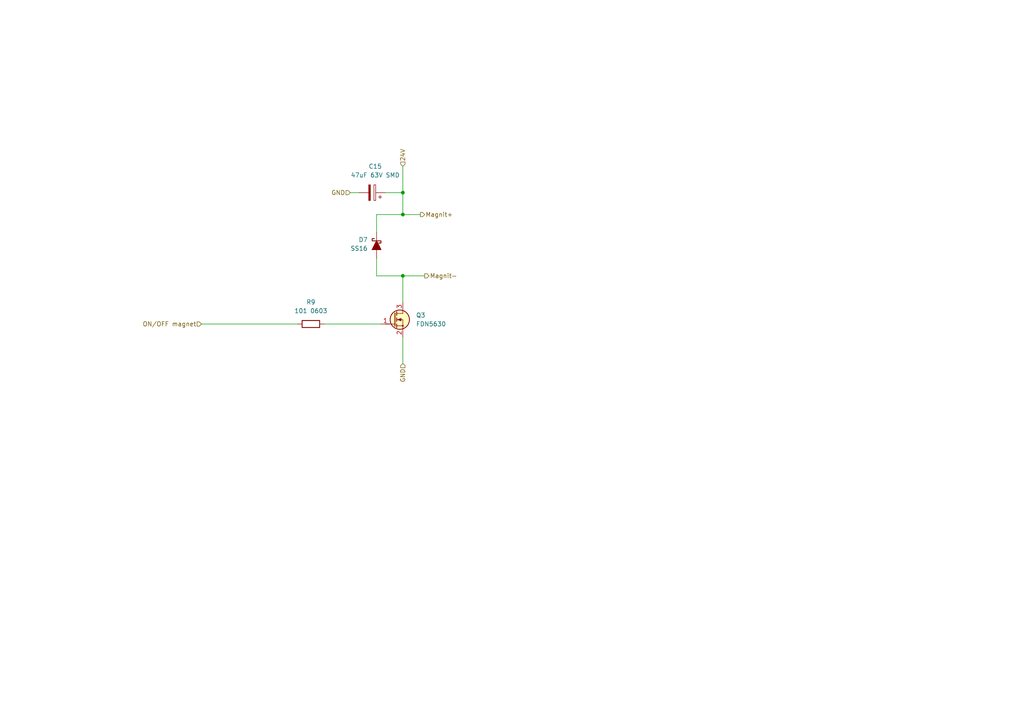
<source format=kicad_sch>
(kicad_sch (version 20231120) (generator "eeschema") (generator_version "8.0")
  (paper "A4")
  (lib_symbols
    (symbol "Device:C_Polarized" (pin_numbers hide) (pin_names (offset 0.254))
      (property "Reference" "C" (at 0.635 2.54 0))
      (property "Value" "C_Polarized" (at 0.635 -2.54 0))
      (symbol "C_Polarized_0_1"
        (rectangle (start -2.286 0.508) (end 2.286 1.016))
        (polyline (pts (xy -1.778 2.286) (xy -0.762 2.286)))
        (polyline (pts (xy -1.27 2.794) (xy -1.27 1.778)))
        (rectangle (start 2.286 -0.508) (end -2.286 -1.016) (fill (type outline)))
      )
      (symbol "C_Polarized_1_1"
        (pin passive line (at 0 3.81 270) (length 2.794) (name "~") (number "1"))
        (pin passive line (at 0 -3.81 90) (length 2.794) (name "~") (number "2"))
      )
    )
    (symbol "Device:R" (pin_numbers hide) (pin_names (offset 0))
      (property "Reference" "R" (at 2.032 0 90))
      (property "Value" "R" (at 0 0 90))
      (symbol "R_0_1"
        (rectangle (start -1.016 -2.54) (end 1.016 2.54) (stroke (width 0.254)))
      )
      (symbol "R_1_1"
        (pin passive line (at 0 3.81 270) (length 1.27) (name "~") (number "1"))
        (pin passive line (at 0 -3.81 90) (length 1.27) (name "~") (number "2"))
      )
    )
    (symbol "PCM_Diode_Schottky_AKL:SS16" (pin_numbers hide) (pin_names (offset 1.016) hide)
      (property "Reference" "D" (at 0 5.08 0))
      (property "Value" "SS16" (at 0 2.54 0))
      (symbol "SS16_0_1"
        (polyline (pts (xy -1.27 0) (xy 1.27 0)))
        (polyline (pts (xy -1.27 -1.27) (xy -1.27 1.27) (xy 1.27 0) (xy -1.27 -1.27)) (stroke (width 0.254)) (fill (type outline)))
        (polyline (pts (xy 1.905 -0.635) (xy 1.905 -1.27) (xy 1.27 -1.27) (xy 1.27 1.27) (xy 0.635 1.27) (xy 0.635 0.635)) (stroke (width 0.254)))
      )
      (symbol "SS16_1_1"
        (pin passive line (at 3.81 0 180) (length 2.54) (name "K") (number "1"))
        (pin passive line (at -3.81 0 0) (length 2.54) (name "A") (number "2"))
      )
    )
    (symbol "PCM_Transistor_MOSFET_AKL:FDN5630" (pin_names hide)
      (property "Reference" "Q" (at 5.08 1.27 0))
      (property "Value" "FDN5630" (at 5.08 -1.27 0))
      (symbol "FDN5630_0_1"
        (polyline (pts (xy 0.254 -1.27) (xy -2.54 -1.27)))
        (polyline (pts (xy 0.254 1.905) (xy 0.254 -1.905)) (stroke (width 0.254)))
        (polyline (pts (xy 0.762 -1.778) (xy 2.54 -1.778)))
        (polyline (pts (xy 0.762 -1.27) (xy 0.762 -2.286)) (stroke (width 0.254)))
        (polyline (pts (xy 0.762 0.508) (xy 0.762 -0.508)) (stroke (width 0.254)))
        (polyline (pts (xy 0.762 2.286) (xy 0.762 1.27)) (stroke (width 0.254)))
        (polyline (pts (xy 2.54 1.778) (xy 0.762 1.778)))
        (polyline (pts (xy 2.54 2.54) (xy 2.54 1.778)))
        (polyline (pts (xy 2.54 -2.54) (xy 2.54 0) (xy 0.762 0)))
        (polyline (pts (xy 1.016 0) (xy 2.032 0.381) (xy 2.032 -0.381) (xy 1.016 0)) (fill (type outline)))
        (circle (center 1.651 0) (radius 2.794) (stroke (width 0.254)) (fill (type background)))
        (circle (center 2.54 -1.778) (radius 0.1778) (fill (type outline)))
      )
      (symbol "FDN5630_1_1"
        (pin input line (at -3.81 -1.27 0) (length 2.54) (name "G") (number "1"))
        (pin passive line (at 2.54 -5.08 90) (length 2.54) (name "S") (number "2"))
        (pin passive line (at 2.54 5.08 270) (length 2.54) (name "D") (number "3"))
      )
    )
  )
  (junction (at 116.84 55.88))
  (junction (at 116.84 62.23))
  (junction (at 116.84 80.01))
  (wire (pts (xy 109.22 62.23) (xy 116.84 62.23)))
  (wire (pts (xy 93.98 93.98) (xy 110.49 93.98)))
  (wire (pts (xy 116.84 48.26) (xy 116.84 55.88)))
  (wire (pts (xy 121.92 62.23) (xy 116.84 62.23)))
  (wire (pts (xy 109.22 67.31) (xy 109.22 62.23)))
  (wire (pts (xy 123.19 80.01) (xy 116.84 80.01)))
  (wire (pts (xy 116.84 97.79) (xy 116.84 105.41)))
  (wire (pts (xy 116.84 55.88) (xy 116.84 62.23)))
  (wire (pts (xy 101.6 55.88) (xy 104.14 55.88)))
  (wire (pts (xy 109.22 80.01) (xy 116.84 80.01)))
  (wire (pts (xy 116.84 55.88) (xy 111.76 55.88)))
  (wire (pts (xy 116.84 87.63) (xy 116.84 80.01)))
  (wire (pts (xy 109.22 74.93) (xy 109.22 80.01)))
  (wire (pts (xy 58.42 93.98) (xy 86.36 93.98)))
  (hierarchical_label "ON{slash}OFF magnet" (shape input) (at 58.42 93.98 180))
  (hierarchical_label "GND" (shape input) (at 101.6 55.88 180))
  (hierarchical_label "24V" (shape input) (at 116.84 48.26 90))
  (hierarchical_label "Magnit+" (shape output) (at 121.92 62.23 0))
  (hierarchical_label "Magnit-" (shape output) (at 123.19 80.01 0))
  (hierarchical_label "GND" (shape input) (at 116.84 105.41 270))
  (symbol (lib_id "Device:R") (at 90.17 93.98 90) (unit 1)
    (property "Reference" "R9" (at 90.17 87.63 90))
    (property "Value" "101 0603" (at 90.17 90.17 90))
    (property "Footprint" "Resistor_SMD:R_0603_1608Metric" (effects (hide yes)))
  )
  (symbol (lib_id "PCM_Diode_Schottky_AKL:SS16") (at 109.22 71.12 270) (mirror x) (unit 1)
    (property "Reference" "D7" (at 106.68 69.5325 90) (effects (justify right)))
    (property "Value" "SS16" (at 106.68 72.0725 90) (effects (justify right)))
    (property "Footprint" "Diode_SMD:D_SMA" (effects (hide yes)))
    (property "Datasheet" "https://www.tme.eu/Document/39e1c2d2c354f63d74e9a2edb2156b4b/SS14-E3_61T.pdf" (effects (hide yes)))
  )
  (symbol (lib_id "Device:C_Polarized") (at 107.95 55.88 270) (mirror x) (unit 1)
    (property "Reference" "C15" (at 108.839 48.26 90))
    (property "Value" "47uF 63V SMD" (at 108.839 50.8 90))
    (property "Footprint" "Capacitor_SMD:CP_Elec_8x10.5" (effects (hide yes)))
  )
  (symbol (lib_id "PCM_Transistor_MOSFET_AKL:FDN5630") (at 114.3 92.71 0) (unit 1)
    (property "Reference" "Q3" (at 120.65 91.44 0) (effects (justify left)))
    (property "Value" "FDN5630" (at 120.65 93.98 0) (effects (justify left)))
    (property "Footprint" "Package_TO_SOT_SMD:SOT-23" (effects (hide yes)))
    (property "Datasheet" "https://www.tme.eu/Document/f682054d1f1e0040369d7b72b9f7fa37/FDN5630.pdf" (effects (hide yes)))
  )
)
</source>
